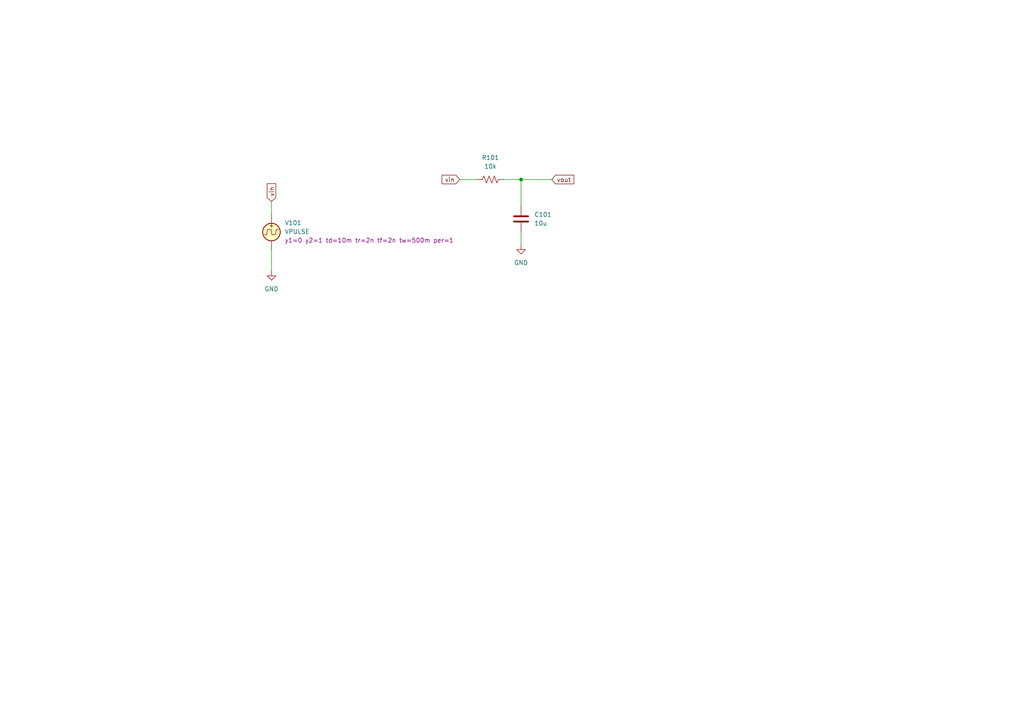
<source format=kicad_sch>
(kicad_sch (version 20250114) (generator "eeschema") (generator_version "9.0")
  (paper "A4")
  (title_block (title "RC Circuit") (date "2026-01-24"))
  (lib_symbols
    (symbol "Device:C" (pin_numbers (hide yes)) (pin_names (offset 0.254))
      (property "Reference" "C" (at 0.635 2.54 0))
      (property "Value" "C" (at 0.635 -2.54 0))
      (symbol "C_0_1"
        (polyline (pts (xy -2.032 0.762) (xy 2.032 0.762)) (stroke (width 0.508)))
        (polyline (pts (xy -2.032 -0.762) (xy 2.032 -0.762)) (stroke (width 0.508)))
      )
      (symbol "C_1_1"
        (pin passive line (at 0 3.81 270) (length 2.794) (name "~") (number "1"))
        (pin passive line (at 0 -3.81 90) (length 2.794) (name "~") (number "2"))
      )
    )
    (symbol "Device:R_US" (pin_numbers (hide yes)) (pin_names (offset 0))
      (property "Reference" "R" (at 2.54 0 90))
      (property "Value" "R_US" (at -2.54 0 90))
      (symbol "R_US_0_1"
        (polyline (pts (xy 0 2.286) (xy 0 2.54)))
        (polyline (pts (xy 0 2.286) (xy 1.016 1.905) (xy 0 1.524) (xy -1.016 1.143) (xy 0 0.762)))
        (polyline (pts (xy 0 0.762) (xy 1.016 0.381) (xy 0 0) (xy -1.016 -0.381) (xy 0 -0.762)))
        (polyline (pts (xy 0 -0.762) (xy 1.016 -1.143) (xy 0 -1.524) (xy -1.016 -1.905) (xy 0 -2.286)))
        (polyline (pts (xy 0 -2.286) (xy 0 -2.54)))
      )
      (symbol "R_US_1_1"
        (pin passive line (at 0 3.81 270) (length 1.27) (name "~") (number "1"))
        (pin passive line (at 0 -3.81 90) (length 1.27) (name "~") (number "2"))
      )
    )
    (symbol "Simulation_SPICE:VPULSE" (pin_numbers (hide yes)) (pin_names (offset 0.0254))
      (property "Reference" "V" (at 2.54 2.54 0))
      (property "Value" "VPULSE" (at 2.54 0 0))
      (property "Sim.Params" "y1=0 y2=1 td=2n tr=2n tf=2n tw=50n per=100n" (at 2.54 -2.54 0))
      (symbol "VPULSE_0_0"
        (polyline (pts (xy -2.032 -0.762) (xy -1.397 -0.762) (xy -1.143 0.762) (xy -0.127 0.762) (xy 0.127 -0.762) (xy 1.143 -0.762) (xy 1.397 0.762) (xy 2.032 0.762)))
        (text "+" (at 0 1.905 0) (effects (font (size 1.27 1.27))))
      )
      (symbol "VPULSE_0_1"
        (circle (center 0 0) (radius 2.54) (stroke (width 0.254)) (fill (type background)))
      )
      (symbol "VPULSE_1_1"
        (pin passive line (at 0 5.08 270) (length 2.54) (name "~") (number "1"))
        (pin passive line (at 0 -5.08 90) (length 2.54) (name "~") (number "2"))
      )
    )
    (symbol "power:GND" (power) (pin_numbers (hide yes)) (pin_names (offset 0) (hide yes))
      (property "Value" "GND" (at 0 -3.81 0))
      (symbol "GND_0_1"
        (polyline (pts (xy 0 0) (xy 0 -1.27) (xy 1.27 -1.27) (xy 0 -2.54) (xy -1.27 -1.27) (xy 0 -1.27)))
      )
      (symbol "GND_1_1"
        (pin power_in line (at 0 0 270) (length 0) (name "~") (number "1"))
      )
    )
  )
  (junction (at 151.13 52.07))
  (wire (pts (xy 78.74 72.39) (xy 78.74 78.74)))
  (wire (pts (xy 151.13 52.07) (xy 151.13 59.69)))
  (wire (pts (xy 78.74 58.42) (xy 78.74 62.23)))
  (wire (pts (xy 151.13 52.07) (xy 160.02 52.07)))
  (wire (pts (xy 151.13 67.31) (xy 151.13 71.12)))
  (wire (pts (xy 146.05 52.07) (xy 151.13 52.07)))
  (wire (pts (xy 133.35 52.07) (xy 138.43 52.07)))
  (global_label "vin" (shape input) (at 133.35 52.07 180) (property "Intersheetrefs" "${INTERSHEET_REFS}" (effects (hide yes))))
  (global_label "vout" (shape input) (at 160.02 52.07 0) (property "Intersheetrefs" "${INTERSHEET_REFS}" (effects (hide yes))))
  (global_label "vin" (shape input) (at 78.74 58.42 90) (property "Intersheetrefs" "${INTERSHEET_REFS}" (effects (hide yes))))
  (symbol (lib_id "Device:C") (at 151.13 63.5 0) (unit 1)
    (property "Reference" "C101" (at 154.94 62.2299 0) (effects (justify left)))
    (property "Value" "10u" (at 154.94 64.7699 0) (effects (justify left)))
    (property "Description" "Unpolarized capacitor" (effects (hide yes)))
  )
  (symbol (lib_id "power:GND") (at 151.13 71.12 0) (unit 1)
    (property "Reference" "#PWR0102" (effects (hide yes)))
    (property "Value" "GND" (at 151.13 76.2 0))
    (property "Description" "Power symbol creates a global label with name \"GND\" , ground" (effects (hide yes)))
  )
  (symbol (lib_id "Device:R_US") (at 142.24 52.07 90) (unit 1)
    (property "Reference" "R101" (at 142.24 45.72 90))
    (property "Value" "10k" (at 142.24 48.26 90))
    (property "Description" "Resistor, US symbol" (effects (hide yes)))
  )
  (symbol (lib_id "Simulation_SPICE:VPULSE") (at 78.74 67.31 0) (unit 1)
    (property "Reference" "V101" (at 82.55 64.6401 0) (effects (justify left)))
    (property "Value" "VPULSE" (at 82.55 67.1801 0) (effects (justify left)))
    (property "Datasheet" "https://ngspice.sourceforge.io/docs/ngspice-html-manual/manual.xhtml#sec_Independent_Sources_for" (effects (hide yes)))
    (property "Description" "Voltage source, pulse" (effects (hide yes)))
    (property "Sim.Pins" "1=+ 2=-" (effects (hide yes)))
    (property "Sim.Type" "PULSE" (effects (hide yes)))
    (property "Sim.Device" "V" (effects (hide yes)))
    (property "Sim.Params" "y1=0 y2=1 td=10m tr=2n tf=2n tw=500m per=1" (at 82.55 69.7201 0) (effects (justify left)))
  )
  (symbol (lib_id "power:GND") (at 78.74 78.74 0) (unit 1)
    (property "Reference" "#PWR0101" (effects (hide yes)))
    (property "Value" "GND" (at 78.74 83.82 0))
    (property "Description" "Power symbol creates a global label with name \"GND\" , ground" (effects (hide yes)))
  )
)
</source>
